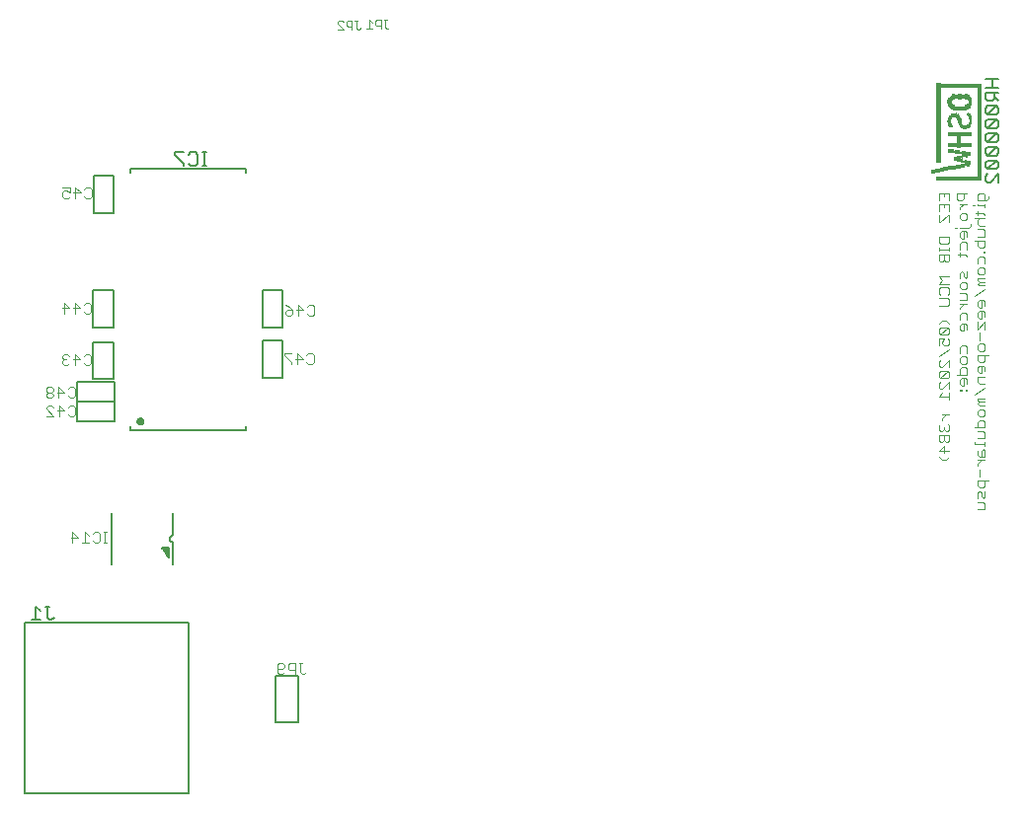
<source format=gbo>
G75*
%MOIN*%
%OFA0B0*%
%FSLAX25Y25*%
%IPPOS*%
%LPD*%
%AMOC8*
5,1,8,0,0,1.08239X$1,22.5*
%
%ADD10C,0.00400*%
%ADD11C,0.00600*%
%ADD12C,0.00500*%
%ADD13C,0.00300*%
%ADD14R,0.00300X0.32700*%
%ADD15R,0.00300X0.01500*%
%ADD16R,0.00300X0.02700*%
%ADD17R,0.00300X0.03000*%
%ADD18R,0.00300X0.03600*%
%ADD19R,0.00300X0.04200*%
%ADD20R,0.00300X0.04800*%
%ADD21R,0.00300X0.04500*%
%ADD22R,0.00300X0.02100*%
%ADD23R,0.00300X0.01800*%
%ADD24R,0.00300X0.01200*%
%ADD25R,0.00300X0.00600*%
%ADD26R,0.00300X0.00900*%
%ADD27R,0.00300X0.02400*%
%ADD28R,0.00300X0.03300*%
%ADD29R,0.00300X0.05400*%
%ADD30R,0.00300X0.03900*%
%ADD31R,0.00300X0.27000*%
D10*
X0269401Y0224575D02*
X0269401Y0228178D01*
X0271202Y0226376D01*
X0268800Y0226376D01*
X0272484Y0224575D02*
X0274886Y0224575D01*
X0273685Y0224575D02*
X0273685Y0228178D01*
X0274886Y0226977D01*
X0276167Y0227577D02*
X0276767Y0228178D01*
X0277968Y0228178D01*
X0278569Y0227577D01*
X0278569Y0225175D01*
X0277968Y0224575D01*
X0276767Y0224575D01*
X0276167Y0225175D01*
X0279823Y0224575D02*
X0281024Y0224575D01*
X0280424Y0224575D02*
X0280424Y0228178D01*
X0281024Y0228178D02*
X0279823Y0228178D01*
X0269678Y0267354D02*
X0268477Y0267354D01*
X0267876Y0267955D01*
X0266595Y0269156D02*
X0264193Y0269156D01*
X0262912Y0270357D02*
X0262312Y0270957D01*
X0261111Y0270957D01*
X0260510Y0270357D01*
X0260510Y0269756D01*
X0262912Y0267354D01*
X0260510Y0267354D01*
X0264794Y0267354D02*
X0264794Y0270957D01*
X0266595Y0269156D01*
X0267876Y0270357D02*
X0268477Y0270957D01*
X0269678Y0270957D01*
X0270278Y0270357D01*
X0270278Y0267955D01*
X0269678Y0267354D01*
X0269628Y0273504D02*
X0268427Y0273504D01*
X0267826Y0274105D01*
X0266545Y0275306D02*
X0264143Y0275306D01*
X0262862Y0275906D02*
X0262862Y0276507D01*
X0262262Y0277107D01*
X0261061Y0277107D01*
X0260460Y0276507D01*
X0260460Y0275906D01*
X0261061Y0275306D01*
X0262262Y0275306D01*
X0262862Y0275906D01*
X0262262Y0275306D02*
X0262862Y0274705D01*
X0262862Y0274105D01*
X0262262Y0273504D01*
X0261061Y0273504D01*
X0260460Y0274105D01*
X0260460Y0274705D01*
X0261061Y0275306D01*
X0264744Y0277107D02*
X0264744Y0273504D01*
X0266545Y0275306D02*
X0264744Y0277107D01*
X0267826Y0276507D02*
X0268427Y0277107D01*
X0269628Y0277107D01*
X0270228Y0276507D01*
X0270228Y0274105D01*
X0269628Y0273504D01*
X0270194Y0284654D02*
X0270194Y0288257D01*
X0271995Y0286456D01*
X0269593Y0286456D01*
X0268312Y0287657D02*
X0267712Y0288257D01*
X0266511Y0288257D01*
X0265910Y0287657D01*
X0265910Y0287056D01*
X0266511Y0286456D01*
X0265910Y0285855D01*
X0265910Y0285255D01*
X0266511Y0284654D01*
X0267712Y0284654D01*
X0268312Y0285255D01*
X0267111Y0286456D02*
X0266511Y0286456D01*
X0273276Y0287657D02*
X0273877Y0288257D01*
X0275078Y0288257D01*
X0275678Y0287657D01*
X0275678Y0285255D01*
X0275078Y0284654D01*
X0273877Y0284654D01*
X0273276Y0285255D01*
X0273877Y0302004D02*
X0273276Y0302605D01*
X0273877Y0302004D02*
X0275078Y0302004D01*
X0275678Y0302605D01*
X0275678Y0305007D01*
X0275078Y0305607D01*
X0273877Y0305607D01*
X0273276Y0305007D01*
X0271995Y0303806D02*
X0269593Y0303806D01*
X0268312Y0303806D02*
X0265910Y0303806D01*
X0266511Y0305607D02*
X0268312Y0303806D01*
X0266511Y0305607D02*
X0266511Y0302004D01*
X0270194Y0302004D02*
X0270194Y0305607D01*
X0271995Y0303806D01*
X0270344Y0341054D02*
X0270344Y0344657D01*
X0272145Y0342856D01*
X0269743Y0342856D01*
X0268462Y0342856D02*
X0267261Y0343456D01*
X0266661Y0343456D01*
X0266060Y0342856D01*
X0266060Y0341655D01*
X0266661Y0341054D01*
X0267862Y0341054D01*
X0268462Y0341655D01*
X0268462Y0342856D02*
X0268462Y0344657D01*
X0266060Y0344657D01*
X0273426Y0344057D02*
X0274027Y0344657D01*
X0275228Y0344657D01*
X0275828Y0344057D01*
X0275828Y0341655D01*
X0275228Y0341054D01*
X0274027Y0341054D01*
X0273426Y0341655D01*
X0341260Y0304957D02*
X0342461Y0304357D01*
X0343662Y0303156D01*
X0341860Y0303156D01*
X0341260Y0302555D01*
X0341260Y0301955D01*
X0341860Y0301354D01*
X0343061Y0301354D01*
X0343662Y0301955D01*
X0343662Y0303156D01*
X0344943Y0303156D02*
X0347345Y0303156D01*
X0345543Y0304957D01*
X0345543Y0301354D01*
X0348626Y0301955D02*
X0349226Y0301354D01*
X0350427Y0301354D01*
X0351028Y0301955D01*
X0351028Y0304357D01*
X0350427Y0304957D01*
X0349226Y0304957D01*
X0348626Y0304357D01*
X0348977Y0288507D02*
X0350178Y0288507D01*
X0350778Y0287907D01*
X0350778Y0285505D01*
X0350178Y0284904D01*
X0348977Y0284904D01*
X0348376Y0285505D01*
X0347095Y0286706D02*
X0344693Y0286706D01*
X0343412Y0285505D02*
X0343412Y0284904D01*
X0343412Y0285505D02*
X0341010Y0287907D01*
X0341010Y0288507D01*
X0343412Y0288507D01*
X0345294Y0288507D02*
X0347095Y0286706D01*
X0348376Y0287907D02*
X0348977Y0288507D01*
X0345294Y0288507D02*
X0345294Y0284904D01*
X0345826Y0183857D02*
X0347027Y0183857D01*
X0346426Y0183857D02*
X0346426Y0180855D01*
X0347027Y0180254D01*
X0347627Y0180254D01*
X0348228Y0180855D01*
X0344545Y0181455D02*
X0342743Y0181455D01*
X0342143Y0182056D01*
X0342143Y0183257D01*
X0342743Y0183857D01*
X0344545Y0183857D01*
X0344545Y0180254D01*
X0340862Y0180855D02*
X0340261Y0180254D01*
X0339060Y0180254D01*
X0338460Y0180855D01*
X0338460Y0183257D01*
X0339060Y0183857D01*
X0340261Y0183857D01*
X0340862Y0183257D01*
X0340862Y0182656D01*
X0340261Y0182056D01*
X0338460Y0182056D01*
X0561775Y0253695D02*
X0562976Y0252494D01*
X0564177Y0252494D01*
X0565378Y0253695D01*
X0565378Y0255577D02*
X0561775Y0255577D01*
X0563577Y0257378D01*
X0563577Y0254976D01*
X0564177Y0258659D02*
X0564778Y0258659D01*
X0565378Y0259260D01*
X0565378Y0261061D01*
X0561775Y0261061D01*
X0561775Y0259260D01*
X0562376Y0258659D01*
X0562976Y0258659D01*
X0563577Y0259260D01*
X0563577Y0261061D01*
X0564177Y0262342D02*
X0564778Y0262342D01*
X0565378Y0262943D01*
X0565378Y0264144D01*
X0564778Y0264744D01*
X0563577Y0263543D02*
X0563577Y0262943D01*
X0564177Y0262342D01*
X0563577Y0262943D02*
X0562976Y0262342D01*
X0562376Y0262342D01*
X0561775Y0262943D01*
X0561775Y0264144D01*
X0562376Y0264744D01*
X0562976Y0266012D02*
X0562976Y0266613D01*
X0564177Y0267814D01*
X0565378Y0267814D02*
X0562976Y0267814D01*
X0565378Y0272778D02*
X0565378Y0275180D01*
X0565378Y0273979D02*
X0561775Y0273979D01*
X0562976Y0275180D01*
X0562976Y0276461D02*
X0562376Y0276461D01*
X0561775Y0277062D01*
X0561775Y0278263D01*
X0562376Y0278863D01*
X0562376Y0280144D02*
X0564778Y0282546D01*
X0565378Y0281946D01*
X0565378Y0280745D01*
X0564778Y0280144D01*
X0562376Y0280144D01*
X0561775Y0280745D01*
X0561775Y0281946D01*
X0562376Y0282546D01*
X0564778Y0282546D01*
X0565378Y0283827D02*
X0565378Y0286229D01*
X0562976Y0283827D01*
X0562376Y0283827D01*
X0561775Y0284428D01*
X0561775Y0285629D01*
X0562376Y0286229D01*
X0561775Y0287511D02*
X0565378Y0289913D01*
X0564778Y0291194D02*
X0565378Y0291794D01*
X0565378Y0292995D01*
X0564778Y0293596D01*
X0563577Y0293596D02*
X0562976Y0292395D01*
X0562976Y0291794D01*
X0563577Y0291194D01*
X0564778Y0291194D01*
X0563577Y0293596D02*
X0561775Y0293596D01*
X0561775Y0291194D01*
X0562376Y0294877D02*
X0564778Y0297279D01*
X0565378Y0296678D01*
X0565378Y0295477D01*
X0564778Y0294877D01*
X0562376Y0294877D01*
X0561775Y0295477D01*
X0561775Y0296678D01*
X0562376Y0297279D01*
X0564778Y0297279D01*
X0565378Y0298533D02*
X0564177Y0299734D01*
X0562976Y0299734D01*
X0561775Y0298533D01*
X0561775Y0304699D02*
X0564778Y0304699D01*
X0565378Y0305299D01*
X0565378Y0306500D01*
X0564778Y0307101D01*
X0561775Y0307101D01*
X0562376Y0308382D02*
X0561775Y0308982D01*
X0561775Y0310183D01*
X0562376Y0310784D01*
X0564778Y0310784D01*
X0565378Y0310183D01*
X0565378Y0308982D01*
X0564778Y0308382D01*
X0565378Y0312065D02*
X0561775Y0312065D01*
X0562976Y0313266D01*
X0561775Y0314467D01*
X0565378Y0314467D01*
X0568976Y0313906D02*
X0568976Y0315708D01*
X0569577Y0316308D01*
X0570177Y0315708D01*
X0570177Y0314507D01*
X0570778Y0313906D01*
X0571378Y0314507D01*
X0571378Y0316308D01*
X0574976Y0315735D02*
X0574976Y0316936D01*
X0575577Y0317536D01*
X0576778Y0317536D01*
X0577378Y0316936D01*
X0577378Y0315735D01*
X0576778Y0315134D01*
X0575577Y0315134D01*
X0574976Y0315735D01*
X0574976Y0313853D02*
X0574976Y0313253D01*
X0575577Y0312652D01*
X0574976Y0312052D01*
X0575577Y0311451D01*
X0577378Y0311451D01*
X0577378Y0312652D02*
X0575577Y0312652D01*
X0574976Y0313853D02*
X0577378Y0313853D01*
X0577378Y0310170D02*
X0573775Y0307768D01*
X0575577Y0306487D02*
X0574976Y0305886D01*
X0574976Y0304685D01*
X0575577Y0304085D01*
X0576177Y0304085D01*
X0576177Y0306487D01*
X0575577Y0306487D02*
X0576778Y0306487D01*
X0577378Y0305886D01*
X0577378Y0304685D01*
X0576778Y0302804D02*
X0575577Y0302804D01*
X0574976Y0302203D01*
X0574976Y0301002D01*
X0575577Y0300402D01*
X0576177Y0300402D01*
X0576177Y0302804D01*
X0576778Y0302804D02*
X0577378Y0302203D01*
X0577378Y0301002D01*
X0577378Y0299120D02*
X0577378Y0296718D01*
X0575577Y0295437D02*
X0575577Y0293035D01*
X0575577Y0291754D02*
X0576778Y0291754D01*
X0577378Y0291154D01*
X0577378Y0289953D01*
X0576778Y0289352D01*
X0575577Y0289352D01*
X0574976Y0289953D01*
X0574976Y0291154D01*
X0575577Y0291754D01*
X0574976Y0288071D02*
X0574976Y0286269D01*
X0575577Y0285669D01*
X0576778Y0285669D01*
X0577378Y0286269D01*
X0577378Y0288071D01*
X0578579Y0288071D02*
X0574976Y0288071D01*
X0571378Y0288738D02*
X0571378Y0290540D01*
X0570778Y0291140D01*
X0569577Y0291140D01*
X0568976Y0290540D01*
X0568976Y0288738D01*
X0569577Y0287457D02*
X0570778Y0287457D01*
X0571378Y0286857D01*
X0571378Y0285656D01*
X0570778Y0285055D01*
X0569577Y0285055D01*
X0568976Y0285656D01*
X0568976Y0286857D01*
X0569577Y0287457D01*
X0569577Y0283774D02*
X0568976Y0283174D01*
X0568976Y0281372D01*
X0567775Y0281372D02*
X0571378Y0281372D01*
X0571378Y0283174D01*
X0570778Y0283774D01*
X0569577Y0283774D01*
X0569577Y0280091D02*
X0568976Y0279490D01*
X0568976Y0278289D01*
X0569577Y0277689D01*
X0570177Y0277689D01*
X0570177Y0280091D01*
X0569577Y0280091D02*
X0570778Y0280091D01*
X0571378Y0279490D01*
X0571378Y0278289D01*
X0571378Y0276408D02*
X0570778Y0276408D01*
X0570778Y0275807D01*
X0571378Y0275807D01*
X0571378Y0276408D01*
X0569577Y0276408D02*
X0568976Y0276408D01*
X0568976Y0275807D01*
X0569577Y0275807D01*
X0569577Y0276408D01*
X0565378Y0276461D02*
X0565378Y0278863D01*
X0562976Y0276461D01*
X0573775Y0274620D02*
X0577378Y0277022D01*
X0577378Y0278303D02*
X0575577Y0278303D01*
X0574976Y0278903D01*
X0574976Y0280705D01*
X0577378Y0280705D01*
X0576177Y0281986D02*
X0576177Y0284388D01*
X0575577Y0284388D02*
X0574976Y0283787D01*
X0574976Y0282586D01*
X0575577Y0281986D01*
X0576177Y0281986D01*
X0577378Y0282586D02*
X0577378Y0283787D01*
X0576778Y0284388D01*
X0575577Y0284388D01*
X0574976Y0296718D02*
X0577378Y0299120D01*
X0574976Y0299120D02*
X0574976Y0296718D01*
X0571378Y0296705D02*
X0571378Y0297906D01*
X0570778Y0298507D01*
X0569577Y0298507D01*
X0568976Y0297906D01*
X0568976Y0296705D01*
X0569577Y0296105D01*
X0570177Y0296105D01*
X0570177Y0298507D01*
X0568976Y0299788D02*
X0568976Y0301589D01*
X0569577Y0302190D01*
X0570778Y0302190D01*
X0571378Y0301589D01*
X0571378Y0299788D01*
X0568976Y0303458D02*
X0568976Y0304058D01*
X0570177Y0305259D01*
X0571378Y0305259D02*
X0568976Y0305259D01*
X0568976Y0306540D02*
X0571378Y0306540D01*
X0571378Y0308342D01*
X0570778Y0308942D01*
X0568976Y0308942D01*
X0569577Y0310223D02*
X0568976Y0310824D01*
X0568976Y0312025D01*
X0569577Y0312625D01*
X0570778Y0312625D01*
X0571378Y0312025D01*
X0571378Y0310824D01*
X0570778Y0310223D01*
X0569577Y0310223D01*
X0574976Y0318817D02*
X0574976Y0320619D01*
X0575577Y0321219D01*
X0576778Y0321219D01*
X0577378Y0320619D01*
X0577378Y0318817D01*
X0577378Y0322460D02*
X0577378Y0323061D01*
X0576778Y0323061D01*
X0576778Y0322460D01*
X0577378Y0322460D01*
X0576778Y0324342D02*
X0575577Y0324342D01*
X0574976Y0324943D01*
X0574976Y0326744D01*
X0573775Y0326744D02*
X0577378Y0326744D01*
X0577378Y0324943D01*
X0576778Y0324342D01*
X0577378Y0328025D02*
X0574976Y0328025D01*
X0574976Y0330427D02*
X0576778Y0330427D01*
X0577378Y0329827D01*
X0577378Y0328025D01*
X0577378Y0331708D02*
X0575577Y0331708D01*
X0574976Y0332309D01*
X0574976Y0333510D01*
X0575577Y0334110D01*
X0574976Y0335365D02*
X0574976Y0336566D01*
X0574376Y0335965D02*
X0576778Y0335965D01*
X0577378Y0335365D01*
X0577378Y0334110D02*
X0573775Y0334110D01*
X0572579Y0332269D02*
X0572579Y0331668D01*
X0571979Y0331068D01*
X0568976Y0331068D01*
X0567775Y0331068D02*
X0567175Y0331068D01*
X0568976Y0329213D02*
X0568976Y0328012D01*
X0569577Y0327411D01*
X0570177Y0327411D01*
X0570177Y0329813D01*
X0569577Y0329813D02*
X0568976Y0329213D01*
X0569577Y0329813D02*
X0570778Y0329813D01*
X0571378Y0329213D01*
X0571378Y0328012D01*
X0570778Y0326130D02*
X0571378Y0325530D01*
X0571378Y0323728D01*
X0570778Y0321847D02*
X0571378Y0321246D01*
X0570778Y0321847D02*
X0568376Y0321847D01*
X0568976Y0322447D02*
X0568976Y0321246D01*
X0568976Y0323728D02*
X0568976Y0325530D01*
X0569577Y0326130D01*
X0570778Y0326130D01*
X0565378Y0326170D02*
X0564778Y0325570D01*
X0562376Y0325570D01*
X0561775Y0326170D01*
X0561775Y0327972D01*
X0565378Y0327972D01*
X0565378Y0326170D01*
X0565378Y0324289D02*
X0565378Y0323088D01*
X0565378Y0323688D02*
X0561775Y0323688D01*
X0561775Y0323088D02*
X0561775Y0324289D01*
X0561775Y0321833D02*
X0561775Y0320032D01*
X0562376Y0319431D01*
X0562976Y0319431D01*
X0563577Y0320032D01*
X0563577Y0321833D01*
X0563577Y0320032D02*
X0564177Y0319431D01*
X0564778Y0319431D01*
X0565378Y0320032D01*
X0565378Y0321833D01*
X0561775Y0321833D01*
X0561775Y0332936D02*
X0562376Y0332936D01*
X0564778Y0335338D01*
X0565378Y0335338D01*
X0565378Y0332936D01*
X0561775Y0332936D02*
X0561775Y0335338D01*
X0561775Y0336619D02*
X0561775Y0339021D01*
X0565378Y0339021D01*
X0565378Y0336619D01*
X0563577Y0337820D02*
X0563577Y0339021D01*
X0565378Y0340302D02*
X0565378Y0342704D01*
X0561775Y0342704D01*
X0561775Y0340302D01*
X0563577Y0341503D02*
X0563577Y0342704D01*
X0567775Y0342704D02*
X0567775Y0340903D01*
X0568376Y0340302D01*
X0569577Y0340302D01*
X0570177Y0340903D01*
X0570177Y0342704D01*
X0571378Y0342704D02*
X0567775Y0342704D01*
X0568976Y0339021D02*
X0571378Y0339021D01*
X0570177Y0339021D02*
X0568976Y0337820D01*
X0568976Y0337220D01*
X0569577Y0335952D02*
X0570778Y0335952D01*
X0571378Y0335351D01*
X0571378Y0334150D01*
X0570778Y0333550D01*
X0569577Y0333550D01*
X0568976Y0334150D01*
X0568976Y0335351D01*
X0569577Y0335952D01*
X0573175Y0338421D02*
X0573775Y0338421D01*
X0574976Y0338421D02*
X0577378Y0338421D01*
X0577378Y0339021D02*
X0577378Y0337820D01*
X0574976Y0338421D02*
X0574976Y0339021D01*
X0574976Y0340302D02*
X0574976Y0342104D01*
X0575577Y0342704D01*
X0576778Y0342704D01*
X0577378Y0342104D01*
X0577378Y0340302D01*
X0577979Y0340302D02*
X0574976Y0340302D01*
X0577979Y0340302D02*
X0578579Y0340903D01*
X0578579Y0341503D01*
X0577378Y0273338D02*
X0574976Y0273338D01*
X0574976Y0272738D01*
X0575577Y0272137D01*
X0574976Y0271537D01*
X0575577Y0270936D01*
X0577378Y0270936D01*
X0577378Y0272137D02*
X0575577Y0272137D01*
X0575577Y0269655D02*
X0576778Y0269655D01*
X0577378Y0269055D01*
X0577378Y0267854D01*
X0576778Y0267253D01*
X0575577Y0267253D01*
X0574976Y0267854D01*
X0574976Y0269055D01*
X0575577Y0269655D01*
X0575577Y0265972D02*
X0574976Y0265372D01*
X0574976Y0263570D01*
X0573775Y0263570D02*
X0577378Y0263570D01*
X0577378Y0265372D01*
X0576778Y0265972D01*
X0575577Y0265972D01*
X0574976Y0262289D02*
X0576778Y0262289D01*
X0577378Y0261689D01*
X0577378Y0259887D01*
X0574976Y0259887D01*
X0573775Y0258606D02*
X0573775Y0258005D01*
X0577378Y0258005D01*
X0577378Y0257405D02*
X0577378Y0258606D01*
X0576778Y0256150D02*
X0576177Y0255550D01*
X0576177Y0253748D01*
X0575577Y0253748D02*
X0577378Y0253748D01*
X0577378Y0255550D01*
X0576778Y0256150D01*
X0574976Y0255550D02*
X0574976Y0254349D01*
X0575577Y0253748D01*
X0576177Y0252467D02*
X0574976Y0251266D01*
X0574976Y0250666D01*
X0575577Y0249398D02*
X0575577Y0246996D01*
X0574976Y0245715D02*
X0574976Y0243913D01*
X0575577Y0243313D01*
X0576778Y0243313D01*
X0577378Y0243913D01*
X0577378Y0245715D01*
X0578579Y0245715D02*
X0574976Y0245715D01*
X0575577Y0242032D02*
X0574976Y0241431D01*
X0574976Y0239630D01*
X0574976Y0238349D02*
X0576778Y0238349D01*
X0577378Y0237748D01*
X0577378Y0235947D01*
X0574976Y0235947D01*
X0576778Y0239630D02*
X0576177Y0240230D01*
X0576177Y0241431D01*
X0575577Y0242032D01*
X0577378Y0242032D02*
X0577378Y0240230D01*
X0576778Y0239630D01*
X0577378Y0252467D02*
X0574976Y0252467D01*
X0564177Y0258659D02*
X0563577Y0259260D01*
D11*
X0578409Y0346174D02*
X0577675Y0346908D01*
X0577675Y0348376D01*
X0578409Y0349110D01*
X0578409Y0350778D02*
X0581345Y0353714D01*
X0582078Y0352980D01*
X0582078Y0351512D01*
X0581345Y0350778D01*
X0578409Y0350778D01*
X0577675Y0351512D01*
X0577675Y0352980D01*
X0578409Y0353714D01*
X0581345Y0353714D01*
X0581345Y0355382D02*
X0582078Y0356116D01*
X0582078Y0357584D01*
X0581345Y0358318D01*
X0578409Y0355382D01*
X0581345Y0355382D01*
X0581345Y0358318D02*
X0578409Y0358318D01*
X0577675Y0357584D01*
X0577675Y0356116D01*
X0578409Y0355382D01*
X0578409Y0359986D02*
X0581345Y0362922D01*
X0582078Y0362188D01*
X0582078Y0360720D01*
X0581345Y0359986D01*
X0578409Y0359986D01*
X0577675Y0360720D01*
X0577675Y0362188D01*
X0578409Y0362922D01*
X0581345Y0362922D01*
X0581345Y0364590D02*
X0582078Y0365324D01*
X0582078Y0366792D01*
X0581345Y0367526D01*
X0578409Y0364590D01*
X0581345Y0364590D01*
X0581345Y0367526D02*
X0578409Y0367526D01*
X0577675Y0366792D01*
X0577675Y0365324D01*
X0578409Y0364590D01*
X0578409Y0369194D02*
X0581345Y0372130D01*
X0582078Y0371396D01*
X0582078Y0369928D01*
X0581345Y0369194D01*
X0578409Y0369194D01*
X0577675Y0369928D01*
X0577675Y0371396D01*
X0578409Y0372130D01*
X0581345Y0372130D01*
X0582078Y0373798D02*
X0580611Y0375266D01*
X0580611Y0374532D02*
X0580611Y0376734D01*
X0582078Y0376734D02*
X0577675Y0376734D01*
X0577675Y0374532D01*
X0578409Y0373798D01*
X0579877Y0373798D01*
X0580611Y0374532D01*
X0579877Y0378402D02*
X0579877Y0381338D01*
X0582078Y0381338D02*
X0577675Y0381338D01*
X0577675Y0378402D02*
X0582078Y0378402D01*
X0582078Y0349110D02*
X0579143Y0346174D01*
X0578409Y0346174D01*
X0582078Y0346174D02*
X0582078Y0349110D01*
X0328067Y0349619D02*
X0328067Y0350899D01*
X0289090Y0350899D01*
X0289090Y0349619D01*
X0289090Y0263989D02*
X0289090Y0262710D01*
X0328067Y0262710D01*
X0328067Y0263989D01*
X0301928Y0223004D02*
X0299428Y0223004D01*
X0301928Y0219504D01*
X0301928Y0223004D01*
X0301928Y0222646D02*
X0299684Y0222646D01*
X0300112Y0222047D02*
X0301928Y0222047D01*
X0301928Y0221449D02*
X0300539Y0221449D01*
X0300967Y0220850D02*
X0301928Y0220850D01*
X0301928Y0220252D02*
X0301395Y0220252D01*
X0301822Y0219653D02*
X0301928Y0219653D01*
D12*
X0253409Y0197524D02*
X0253409Y0140043D01*
X0308567Y0140043D01*
X0308567Y0197524D01*
X0253409Y0197524D01*
X0255499Y0198512D02*
X0258501Y0198512D01*
X0257000Y0198512D02*
X0257000Y0203016D01*
X0258501Y0201514D01*
X0260103Y0203016D02*
X0261604Y0203016D01*
X0260853Y0203016D02*
X0260853Y0199262D01*
X0261604Y0198512D01*
X0262355Y0198512D01*
X0263105Y0199262D01*
X0282526Y0217304D02*
X0282526Y0234647D01*
X0303392Y0234705D02*
X0303392Y0227204D01*
X0303323Y0227202D01*
X0303255Y0227196D01*
X0303187Y0227186D01*
X0303120Y0227173D01*
X0303054Y0227155D01*
X0302989Y0227134D01*
X0302925Y0227109D01*
X0302863Y0227081D01*
X0302802Y0227049D01*
X0302743Y0227014D01*
X0302687Y0226975D01*
X0302632Y0226933D01*
X0302581Y0226888D01*
X0302531Y0226840D01*
X0302485Y0226790D01*
X0302442Y0226737D01*
X0302401Y0226681D01*
X0302364Y0226624D01*
X0302331Y0226564D01*
X0302300Y0226502D01*
X0302274Y0226439D01*
X0302251Y0226375D01*
X0302231Y0226309D01*
X0302216Y0226242D01*
X0302204Y0226175D01*
X0302196Y0226107D01*
X0302192Y0226038D01*
X0302192Y0225970D01*
X0302196Y0225901D01*
X0302204Y0225833D01*
X0302216Y0225766D01*
X0302231Y0225699D01*
X0302251Y0225633D01*
X0302274Y0225569D01*
X0302300Y0225506D01*
X0302331Y0225444D01*
X0302364Y0225384D01*
X0302401Y0225327D01*
X0302442Y0225271D01*
X0302485Y0225218D01*
X0302531Y0225168D01*
X0302581Y0225120D01*
X0302632Y0225075D01*
X0302687Y0225033D01*
X0302743Y0224994D01*
X0302802Y0224959D01*
X0302863Y0224927D01*
X0302925Y0224899D01*
X0302989Y0224874D01*
X0303054Y0224853D01*
X0303120Y0224835D01*
X0303187Y0224822D01*
X0303255Y0224812D01*
X0303323Y0224806D01*
X0303392Y0224804D01*
X0303392Y0217304D01*
X0337908Y0179422D02*
X0345649Y0179422D01*
X0345649Y0163887D01*
X0337908Y0163887D01*
X0337908Y0179422D01*
X0292828Y0264688D02*
X0292587Y0264588D01*
X0292328Y0264554D01*
X0292070Y0264588D01*
X0291828Y0264688D01*
X0291621Y0264847D01*
X0291462Y0265054D01*
X0291363Y0265296D01*
X0291328Y0265554D01*
X0291363Y0265813D01*
X0291462Y0266054D01*
X0291621Y0266261D01*
X0291828Y0266420D01*
X0292070Y0266520D01*
X0292328Y0266554D01*
X0292587Y0266520D01*
X0292828Y0266420D01*
X0293036Y0266261D01*
X0293195Y0266054D01*
X0293294Y0265813D01*
X0293328Y0265554D01*
X0293294Y0265296D01*
X0293195Y0265054D01*
X0293036Y0264847D01*
X0292828Y0264688D01*
X0293136Y0264978D02*
X0291521Y0264978D01*
X0291339Y0265476D02*
X0293318Y0265476D01*
X0293227Y0265975D02*
X0291429Y0265975D01*
X0291956Y0266473D02*
X0292701Y0266473D01*
X0283578Y0265484D02*
X0283578Y0272224D01*
X0270979Y0272224D01*
X0270979Y0265484D01*
X0283578Y0265484D01*
X0283578Y0272234D02*
X0270979Y0272234D01*
X0270979Y0278974D01*
X0283578Y0278974D01*
X0283578Y0272234D01*
X0283149Y0279755D02*
X0276408Y0279755D01*
X0276408Y0292354D01*
X0283149Y0292354D01*
X0283149Y0279755D01*
X0283149Y0297255D02*
X0276408Y0297255D01*
X0276408Y0309854D01*
X0283149Y0309854D01*
X0283149Y0297255D01*
X0333458Y0297205D02*
X0340199Y0297205D01*
X0340199Y0309804D01*
X0333458Y0309804D01*
X0333458Y0297205D01*
X0333508Y0292804D02*
X0333508Y0280205D01*
X0340249Y0280205D01*
X0340249Y0292804D01*
X0333508Y0292804D01*
X0283349Y0335855D02*
X0276608Y0335855D01*
X0276608Y0348454D01*
X0283349Y0348454D01*
X0283349Y0335855D01*
X0307005Y0351954D02*
X0307005Y0352705D01*
X0304003Y0355708D01*
X0304003Y0356458D01*
X0307005Y0356458D01*
X0308607Y0355708D02*
X0309357Y0356458D01*
X0310859Y0356458D01*
X0311609Y0355708D01*
X0311609Y0352705D01*
X0310859Y0351954D01*
X0309357Y0351954D01*
X0308607Y0352705D01*
X0313177Y0351954D02*
X0314678Y0351954D01*
X0313928Y0351954D02*
X0313928Y0356458D01*
X0314678Y0356458D02*
X0313177Y0356458D01*
D13*
X0358840Y0398054D02*
X0360775Y0398054D01*
X0358840Y0399989D01*
X0358840Y0400473D01*
X0359324Y0400957D01*
X0360291Y0400957D01*
X0360775Y0400473D01*
X0361787Y0400473D02*
X0361787Y0399506D01*
X0362270Y0399022D01*
X0363722Y0399022D01*
X0363722Y0398054D02*
X0363722Y0400957D01*
X0362270Y0400957D01*
X0361787Y0400473D01*
X0364733Y0400957D02*
X0365701Y0400957D01*
X0365217Y0400957D02*
X0365217Y0398538D01*
X0365701Y0398054D01*
X0366184Y0398054D01*
X0366668Y0398538D01*
X0368590Y0398254D02*
X0370525Y0398254D01*
X0369558Y0398254D02*
X0369558Y0401157D01*
X0370525Y0400189D01*
X0371537Y0399706D02*
X0372020Y0399222D01*
X0373472Y0399222D01*
X0373472Y0398254D02*
X0373472Y0401157D01*
X0372020Y0401157D01*
X0371537Y0400673D01*
X0371537Y0399706D01*
X0374483Y0401157D02*
X0375451Y0401157D01*
X0374967Y0401157D02*
X0374967Y0398738D01*
X0375451Y0398254D01*
X0375934Y0398254D01*
X0376418Y0398738D01*
D14*
X0575128Y0363254D03*
X0575428Y0363254D03*
X0575728Y0363254D03*
X0576028Y0363254D03*
X0576328Y0363254D03*
D15*
X0573028Y0362654D03*
X0572728Y0362654D03*
X0572428Y0362654D03*
X0572128Y0362654D03*
X0571828Y0362654D03*
X0571528Y0362654D03*
X0571228Y0362654D03*
X0570928Y0362654D03*
X0570628Y0362654D03*
X0570328Y0362654D03*
X0570028Y0362654D03*
X0569728Y0362654D03*
X0569428Y0362654D03*
X0567928Y0362654D03*
X0567628Y0362654D03*
X0567328Y0362654D03*
X0567028Y0362654D03*
X0566728Y0362654D03*
X0566428Y0362654D03*
X0566128Y0362654D03*
X0565828Y0362654D03*
X0565528Y0362654D03*
X0565228Y0362654D03*
X0565228Y0358754D03*
X0565528Y0358754D03*
X0565828Y0358754D03*
X0566128Y0358754D03*
X0566428Y0358754D03*
X0566728Y0358754D03*
X0567028Y0358754D03*
X0567328Y0358754D03*
X0567628Y0358754D03*
X0567928Y0358754D03*
X0569428Y0358754D03*
X0569728Y0358754D03*
X0570028Y0358754D03*
X0570328Y0358754D03*
X0570628Y0358754D03*
X0570928Y0358754D03*
X0571228Y0358754D03*
X0571528Y0358754D03*
X0571828Y0358754D03*
X0572128Y0358754D03*
X0572428Y0358754D03*
X0572728Y0358754D03*
X0573028Y0358754D03*
X0572728Y0355754D03*
X0572428Y0355754D03*
X0572128Y0355754D03*
X0571828Y0355754D03*
X0572428Y0352754D03*
X0572728Y0352754D03*
X0567928Y0354254D03*
X0567628Y0354254D03*
X0567328Y0354254D03*
X0566428Y0351254D03*
X0566428Y0347654D03*
X0566128Y0347654D03*
X0565828Y0347654D03*
X0565528Y0347654D03*
X0565228Y0347654D03*
X0564928Y0347654D03*
X0564628Y0347654D03*
X0564328Y0347654D03*
X0564028Y0347654D03*
X0563728Y0347654D03*
X0563428Y0347654D03*
X0563128Y0347654D03*
X0562828Y0347654D03*
X0562528Y0347654D03*
X0562228Y0347654D03*
X0561928Y0347654D03*
X0561628Y0347654D03*
X0561328Y0347654D03*
X0560728Y0350054D03*
X0562228Y0350354D03*
X0566728Y0347654D03*
X0567028Y0347654D03*
X0567328Y0347654D03*
X0567628Y0347654D03*
X0567928Y0347654D03*
X0568228Y0347654D03*
X0568528Y0347654D03*
X0568828Y0347654D03*
X0569128Y0347654D03*
X0569428Y0347654D03*
X0569728Y0347654D03*
X0570028Y0347654D03*
X0570328Y0347654D03*
X0570628Y0347654D03*
X0570928Y0347654D03*
X0571228Y0347654D03*
X0571528Y0347654D03*
X0571828Y0347654D03*
X0572128Y0347654D03*
X0572428Y0347654D03*
X0572728Y0347654D03*
X0573028Y0347654D03*
X0573328Y0347654D03*
X0573628Y0347654D03*
X0573928Y0347654D03*
X0574228Y0347654D03*
X0574528Y0347654D03*
X0574828Y0347654D03*
X0571228Y0365054D03*
X0570928Y0365054D03*
X0570628Y0365054D03*
X0570328Y0365054D03*
X0570028Y0365354D03*
X0571828Y0365354D03*
X0567628Y0368954D03*
X0567328Y0368954D03*
X0567028Y0368954D03*
X0566728Y0368954D03*
X0567628Y0371354D03*
X0567928Y0371354D03*
X0568228Y0371354D03*
X0568528Y0371354D03*
X0568828Y0371354D03*
X0569128Y0371354D03*
X0569428Y0371354D03*
X0569728Y0371354D03*
X0570028Y0371354D03*
X0570328Y0371354D03*
X0570628Y0371354D03*
X0570628Y0375254D03*
X0570328Y0375254D03*
X0570028Y0375254D03*
X0568228Y0375254D03*
X0567928Y0375254D03*
X0567628Y0375254D03*
X0564928Y0373454D03*
X0566728Y0371654D03*
X0566728Y0378854D03*
X0566428Y0378854D03*
X0566128Y0378854D03*
X0565828Y0378854D03*
X0565528Y0378854D03*
X0565228Y0378854D03*
X0564928Y0378854D03*
X0564628Y0378854D03*
X0564328Y0378854D03*
X0564028Y0378854D03*
X0563728Y0378854D03*
X0563428Y0378854D03*
X0563128Y0378854D03*
X0562828Y0378854D03*
X0567028Y0378854D03*
X0567328Y0378854D03*
X0567628Y0378854D03*
X0567928Y0378854D03*
X0568228Y0378854D03*
X0568528Y0378854D03*
X0568828Y0378854D03*
X0569128Y0378854D03*
X0569428Y0378854D03*
X0569728Y0378854D03*
X0570028Y0378854D03*
X0570328Y0378854D03*
X0570628Y0378854D03*
X0570928Y0378854D03*
X0571228Y0378854D03*
X0571528Y0378854D03*
X0571828Y0378854D03*
X0572128Y0378854D03*
X0572428Y0378854D03*
X0572728Y0378854D03*
X0573028Y0378854D03*
X0573328Y0378854D03*
X0573628Y0378854D03*
X0573928Y0378854D03*
X0574228Y0378854D03*
X0574528Y0378854D03*
X0574828Y0378854D03*
D16*
X0573028Y0373454D03*
D17*
X0573028Y0367304D03*
X0565228Y0366704D03*
X0565228Y0373304D03*
D18*
X0565528Y0373304D03*
X0568828Y0367304D03*
X0569128Y0366704D03*
X0572728Y0373304D03*
D19*
X0572428Y0373304D03*
X0572728Y0367304D03*
X0565828Y0367004D03*
X0565828Y0373304D03*
D20*
X0566128Y0373304D03*
X0572428Y0367304D03*
D21*
X0572128Y0373454D03*
D22*
X0571828Y0371954D03*
X0572128Y0368654D03*
X0572128Y0365654D03*
X0569728Y0365654D03*
X0568228Y0368354D03*
X0570328Y0355754D03*
X0570628Y0355754D03*
X0570928Y0355754D03*
X0569128Y0354254D03*
X0568828Y0354254D03*
X0570928Y0352754D03*
X0571228Y0352754D03*
D23*
X0571528Y0352604D03*
X0571828Y0352604D03*
X0572128Y0352604D03*
X0571528Y0355604D03*
X0571228Y0355604D03*
X0568528Y0354104D03*
X0568228Y0354104D03*
X0566128Y0368504D03*
X0567928Y0368804D03*
X0567328Y0371504D03*
X0567028Y0371504D03*
X0566428Y0371804D03*
X0566428Y0374804D03*
X0566728Y0375104D03*
X0567028Y0375104D03*
X0567328Y0375104D03*
X0568528Y0375404D03*
X0568828Y0375404D03*
X0569128Y0375404D03*
X0569428Y0375404D03*
X0569728Y0375404D03*
X0570928Y0375104D03*
X0571228Y0375104D03*
X0571528Y0375104D03*
X0571828Y0374804D03*
X0571528Y0371804D03*
X0571228Y0371504D03*
X0570928Y0371504D03*
D24*
X0571828Y0369104D03*
X0571528Y0365204D03*
X0566128Y0365504D03*
X0566428Y0368804D03*
X0566428Y0356804D03*
X0566128Y0356804D03*
X0565828Y0356804D03*
X0565528Y0356804D03*
X0565228Y0356804D03*
X0566728Y0356804D03*
X0567028Y0356804D03*
X0567628Y0356504D03*
X0567928Y0356504D03*
X0568228Y0356504D03*
X0568528Y0356504D03*
X0568828Y0356504D03*
X0569728Y0353504D03*
X0570028Y0353504D03*
X0570028Y0352004D03*
X0569728Y0352004D03*
X0569428Y0352004D03*
X0569128Y0351704D03*
X0568828Y0351704D03*
X0568528Y0351704D03*
X0568228Y0351704D03*
X0567928Y0351704D03*
X0567628Y0351404D03*
X0567328Y0351404D03*
X0567028Y0351404D03*
X0566728Y0351404D03*
X0566128Y0351104D03*
X0565828Y0351104D03*
X0565528Y0351104D03*
X0565228Y0351104D03*
X0564928Y0350804D03*
X0564628Y0350804D03*
X0564328Y0350804D03*
X0564028Y0350804D03*
X0563728Y0350804D03*
X0563428Y0350504D03*
X0563128Y0350504D03*
X0562828Y0350504D03*
X0562528Y0350504D03*
X0561928Y0350204D03*
X0561628Y0350204D03*
X0561328Y0350204D03*
X0561028Y0350204D03*
X0560428Y0349904D03*
X0560128Y0349904D03*
X0559828Y0349904D03*
X0559528Y0349904D03*
X0570328Y0352004D03*
X0570628Y0352004D03*
D25*
X0566428Y0365204D03*
X0571528Y0369404D03*
D26*
X0564928Y0366854D03*
X0567328Y0356654D03*
X0569128Y0356354D03*
X0569428Y0356354D03*
X0569728Y0356354D03*
X0569728Y0354854D03*
X0569428Y0354854D03*
X0569428Y0353654D03*
X0570328Y0353354D03*
X0570628Y0353354D03*
D27*
X0570028Y0355604D03*
D28*
X0569428Y0366254D03*
X0568528Y0367754D03*
D29*
X0568528Y0360704D03*
X0568228Y0360704D03*
X0568828Y0360704D03*
X0569128Y0360704D03*
D30*
X0565528Y0366854D03*
D31*
X0562528Y0366104D03*
X0562228Y0366104D03*
X0561928Y0366104D03*
X0561628Y0366104D03*
X0561328Y0366104D03*
M02*

</source>
